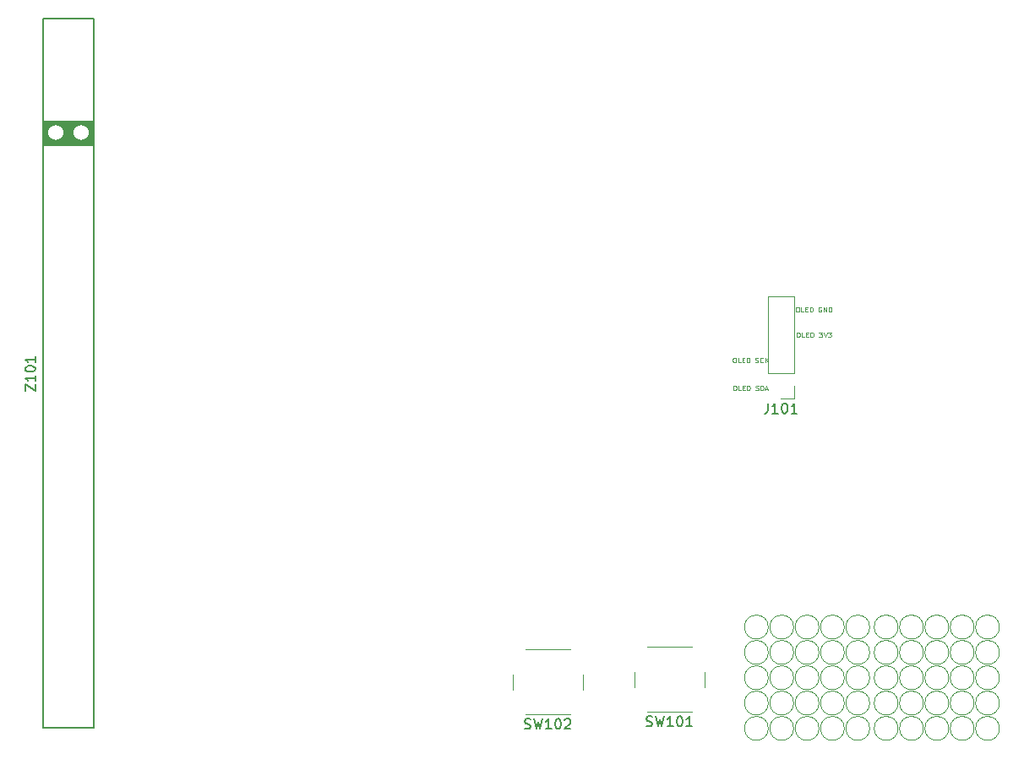
<source format=gto>
%TF.GenerationSoftware,KiCad,Pcbnew,6.0.11-2627ca5db0~126~ubuntu22.04.1*%
%TF.CreationDate,2023-11-05T18:43:30+00:00*%
%TF.ProjectId,zx-spectrum-diagnostics,7a782d73-7065-4637-9472-756d2d646961,rev?*%
%TF.SameCoordinates,Original*%
%TF.FileFunction,Legend,Top*%
%TF.FilePolarity,Positive*%
%FSLAX46Y46*%
G04 Gerber Fmt 4.6, Leading zero omitted, Abs format (unit mm)*
G04 Created by KiCad (PCBNEW 6.0.11-2627ca5db0~126~ubuntu22.04.1) date 2023-11-05 18:43:30*
%MOMM*%
%LPD*%
G01*
G04 APERTURE LIST*
%ADD10C,0.125000*%
%ADD11C,0.150000*%
%ADD12C,0.120000*%
%ADD13C,2.000000*%
%ADD14R,1.700000X1.700000*%
%ADD15O,1.700000X1.700000*%
%ADD16C,1.524000*%
%ADD17O,1.800000X1.800000*%
%ADD18O,1.500000X1.500000*%
G04 APERTURE END LIST*
D10*
X152687428Y-108916190D02*
X152782666Y-108916190D01*
X152830285Y-108940000D01*
X152877904Y-108987619D01*
X152901714Y-109082857D01*
X152901714Y-109249523D01*
X152877904Y-109344761D01*
X152830285Y-109392380D01*
X152782666Y-109416190D01*
X152687428Y-109416190D01*
X152639809Y-109392380D01*
X152592190Y-109344761D01*
X152568380Y-109249523D01*
X152568380Y-109082857D01*
X152592190Y-108987619D01*
X152639809Y-108940000D01*
X152687428Y-108916190D01*
X153354095Y-109416190D02*
X153116000Y-109416190D01*
X153116000Y-108916190D01*
X153520761Y-109154285D02*
X153687428Y-109154285D01*
X153758857Y-109416190D02*
X153520761Y-109416190D01*
X153520761Y-108916190D01*
X153758857Y-108916190D01*
X153973142Y-109416190D02*
X153973142Y-108916190D01*
X154092190Y-108916190D01*
X154163619Y-108940000D01*
X154211238Y-108987619D01*
X154235047Y-109035238D01*
X154258857Y-109130476D01*
X154258857Y-109201904D01*
X154235047Y-109297142D01*
X154211238Y-109344761D01*
X154163619Y-109392380D01*
X154092190Y-109416190D01*
X153973142Y-109416190D01*
X155116000Y-108940000D02*
X155068380Y-108916190D01*
X154996952Y-108916190D01*
X154925523Y-108940000D01*
X154877904Y-108987619D01*
X154854095Y-109035238D01*
X154830285Y-109130476D01*
X154830285Y-109201904D01*
X154854095Y-109297142D01*
X154877904Y-109344761D01*
X154925523Y-109392380D01*
X154996952Y-109416190D01*
X155044571Y-109416190D01*
X155116000Y-109392380D01*
X155139809Y-109368571D01*
X155139809Y-109201904D01*
X155044571Y-109201904D01*
X155354095Y-109416190D02*
X155354095Y-108916190D01*
X155639809Y-109416190D01*
X155639809Y-108916190D01*
X155877904Y-109416190D02*
X155877904Y-108916190D01*
X155996952Y-108916190D01*
X156068380Y-108940000D01*
X156116000Y-108987619D01*
X156139809Y-109035238D01*
X156163619Y-109130476D01*
X156163619Y-109201904D01*
X156139809Y-109297142D01*
X156116000Y-109344761D01*
X156068380Y-109392380D01*
X155996952Y-109416190D01*
X155877904Y-109416190D01*
X152758857Y-111456190D02*
X152854095Y-111456190D01*
X152901714Y-111480000D01*
X152949333Y-111527619D01*
X152973142Y-111622857D01*
X152973142Y-111789523D01*
X152949333Y-111884761D01*
X152901714Y-111932380D01*
X152854095Y-111956190D01*
X152758857Y-111956190D01*
X152711238Y-111932380D01*
X152663619Y-111884761D01*
X152639809Y-111789523D01*
X152639809Y-111622857D01*
X152663619Y-111527619D01*
X152711238Y-111480000D01*
X152758857Y-111456190D01*
X153425523Y-111956190D02*
X153187428Y-111956190D01*
X153187428Y-111456190D01*
X153592190Y-111694285D02*
X153758857Y-111694285D01*
X153830285Y-111956190D02*
X153592190Y-111956190D01*
X153592190Y-111456190D01*
X153830285Y-111456190D01*
X154044571Y-111956190D02*
X154044571Y-111456190D01*
X154163619Y-111456190D01*
X154235047Y-111480000D01*
X154282666Y-111527619D01*
X154306476Y-111575238D01*
X154330285Y-111670476D01*
X154330285Y-111741904D01*
X154306476Y-111837142D01*
X154282666Y-111884761D01*
X154235047Y-111932380D01*
X154163619Y-111956190D01*
X154044571Y-111956190D01*
X154877904Y-111456190D02*
X155187428Y-111456190D01*
X155020761Y-111646666D01*
X155092190Y-111646666D01*
X155139809Y-111670476D01*
X155163619Y-111694285D01*
X155187428Y-111741904D01*
X155187428Y-111860952D01*
X155163619Y-111908571D01*
X155139809Y-111932380D01*
X155092190Y-111956190D01*
X154949333Y-111956190D01*
X154901714Y-111932380D01*
X154877904Y-111908571D01*
X155330285Y-111456190D02*
X155496952Y-111956190D01*
X155663619Y-111456190D01*
X155782666Y-111456190D02*
X156092190Y-111456190D01*
X155925523Y-111646666D01*
X155996952Y-111646666D01*
X156044571Y-111670476D01*
X156068380Y-111694285D01*
X156092190Y-111741904D01*
X156092190Y-111860952D01*
X156068380Y-111908571D01*
X156044571Y-111932380D01*
X155996952Y-111956190D01*
X155854095Y-111956190D01*
X155806476Y-111932380D01*
X155782666Y-111908571D01*
X146361238Y-113996190D02*
X146456476Y-113996190D01*
X146504095Y-114020000D01*
X146551714Y-114067619D01*
X146575523Y-114162857D01*
X146575523Y-114329523D01*
X146551714Y-114424761D01*
X146504095Y-114472380D01*
X146456476Y-114496190D01*
X146361238Y-114496190D01*
X146313619Y-114472380D01*
X146266000Y-114424761D01*
X146242190Y-114329523D01*
X146242190Y-114162857D01*
X146266000Y-114067619D01*
X146313619Y-114020000D01*
X146361238Y-113996190D01*
X147027904Y-114496190D02*
X146789809Y-114496190D01*
X146789809Y-113996190D01*
X147194571Y-114234285D02*
X147361238Y-114234285D01*
X147432666Y-114496190D02*
X147194571Y-114496190D01*
X147194571Y-113996190D01*
X147432666Y-113996190D01*
X147646952Y-114496190D02*
X147646952Y-113996190D01*
X147766000Y-113996190D01*
X147837428Y-114020000D01*
X147885047Y-114067619D01*
X147908857Y-114115238D01*
X147932666Y-114210476D01*
X147932666Y-114281904D01*
X147908857Y-114377142D01*
X147885047Y-114424761D01*
X147837428Y-114472380D01*
X147766000Y-114496190D01*
X147646952Y-114496190D01*
X148504095Y-114472380D02*
X148575523Y-114496190D01*
X148694571Y-114496190D01*
X148742190Y-114472380D01*
X148766000Y-114448571D01*
X148789809Y-114400952D01*
X148789809Y-114353333D01*
X148766000Y-114305714D01*
X148742190Y-114281904D01*
X148694571Y-114258095D01*
X148599333Y-114234285D01*
X148551714Y-114210476D01*
X148527904Y-114186666D01*
X148504095Y-114139047D01*
X148504095Y-114091428D01*
X148527904Y-114043809D01*
X148551714Y-114020000D01*
X148599333Y-113996190D01*
X148718380Y-113996190D01*
X148789809Y-114020000D01*
X149289809Y-114448571D02*
X149266000Y-114472380D01*
X149194571Y-114496190D01*
X149146952Y-114496190D01*
X149075523Y-114472380D01*
X149027904Y-114424761D01*
X149004095Y-114377142D01*
X148980285Y-114281904D01*
X148980285Y-114210476D01*
X149004095Y-114115238D01*
X149027904Y-114067619D01*
X149075523Y-114020000D01*
X149146952Y-113996190D01*
X149194571Y-113996190D01*
X149266000Y-114020000D01*
X149289809Y-114043809D01*
X149504095Y-114496190D02*
X149504095Y-113996190D01*
X149789809Y-114496190D02*
X149575523Y-114210476D01*
X149789809Y-113996190D02*
X149504095Y-114281904D01*
X146396952Y-116790190D02*
X146492190Y-116790190D01*
X146539809Y-116814000D01*
X146587428Y-116861619D01*
X146611238Y-116956857D01*
X146611238Y-117123523D01*
X146587428Y-117218761D01*
X146539809Y-117266380D01*
X146492190Y-117290190D01*
X146396952Y-117290190D01*
X146349333Y-117266380D01*
X146301714Y-117218761D01*
X146277904Y-117123523D01*
X146277904Y-116956857D01*
X146301714Y-116861619D01*
X146349333Y-116814000D01*
X146396952Y-116790190D01*
X147063619Y-117290190D02*
X146825523Y-117290190D01*
X146825523Y-116790190D01*
X147230285Y-117028285D02*
X147396952Y-117028285D01*
X147468380Y-117290190D02*
X147230285Y-117290190D01*
X147230285Y-116790190D01*
X147468380Y-116790190D01*
X147682666Y-117290190D02*
X147682666Y-116790190D01*
X147801714Y-116790190D01*
X147873142Y-116814000D01*
X147920761Y-116861619D01*
X147944571Y-116909238D01*
X147968380Y-117004476D01*
X147968380Y-117075904D01*
X147944571Y-117171142D01*
X147920761Y-117218761D01*
X147873142Y-117266380D01*
X147801714Y-117290190D01*
X147682666Y-117290190D01*
X148539809Y-117266380D02*
X148611238Y-117290190D01*
X148730285Y-117290190D01*
X148777904Y-117266380D01*
X148801714Y-117242571D01*
X148825523Y-117194952D01*
X148825523Y-117147333D01*
X148801714Y-117099714D01*
X148777904Y-117075904D01*
X148730285Y-117052095D01*
X148635047Y-117028285D01*
X148587428Y-117004476D01*
X148563619Y-116980666D01*
X148539809Y-116933047D01*
X148539809Y-116885428D01*
X148563619Y-116837809D01*
X148587428Y-116814000D01*
X148635047Y-116790190D01*
X148754095Y-116790190D01*
X148825523Y-116814000D01*
X149039809Y-117290190D02*
X149039809Y-116790190D01*
X149158857Y-116790190D01*
X149230285Y-116814000D01*
X149277904Y-116861619D01*
X149301714Y-116909238D01*
X149325523Y-117004476D01*
X149325523Y-117075904D01*
X149301714Y-117171142D01*
X149277904Y-117218761D01*
X149230285Y-117266380D01*
X149158857Y-117290190D01*
X149039809Y-117290190D01*
X149516000Y-117147333D02*
X149754095Y-117147333D01*
X149468380Y-117290190D02*
X149635047Y-116790190D01*
X149801714Y-117290190D01*
D11*
X77220000Y-90290000D02*
X82110000Y-90290000D01*
X82110000Y-90290000D02*
X82110000Y-92680000D01*
X82110000Y-92680000D02*
X77220000Y-92680000D01*
X77220000Y-92680000D02*
X77220000Y-90290000D01*
G36*
X77220000Y-90290000D02*
G01*
X82110000Y-90290000D01*
X82110000Y-92680000D01*
X77220000Y-92680000D01*
X77220000Y-90290000D01*
G37*
%TO.C,*%
%TO.C,J101*%
X149778285Y-118582380D02*
X149778285Y-119296666D01*
X149730666Y-119439523D01*
X149635428Y-119534761D01*
X149492571Y-119582380D01*
X149397333Y-119582380D01*
X150778285Y-119582380D02*
X150206857Y-119582380D01*
X150492571Y-119582380D02*
X150492571Y-118582380D01*
X150397333Y-118725238D01*
X150302095Y-118820476D01*
X150206857Y-118868095D01*
X151397333Y-118582380D02*
X151492571Y-118582380D01*
X151587809Y-118630000D01*
X151635428Y-118677619D01*
X151683047Y-118772857D01*
X151730666Y-118963333D01*
X151730666Y-119201428D01*
X151683047Y-119391904D01*
X151635428Y-119487142D01*
X151587809Y-119534761D01*
X151492571Y-119582380D01*
X151397333Y-119582380D01*
X151302095Y-119534761D01*
X151254476Y-119487142D01*
X151206857Y-119391904D01*
X151159238Y-119201428D01*
X151159238Y-118963333D01*
X151206857Y-118772857D01*
X151254476Y-118677619D01*
X151302095Y-118630000D01*
X151397333Y-118582380D01*
X152683047Y-119582380D02*
X152111619Y-119582380D01*
X152397333Y-119582380D02*
X152397333Y-118582380D01*
X152302095Y-118725238D01*
X152206857Y-118820476D01*
X152111619Y-118868095D01*
%TO.C,*%
%TO.C,SW101*%
X137602285Y-150928761D02*
X137745142Y-150976380D01*
X137983238Y-150976380D01*
X138078476Y-150928761D01*
X138126095Y-150881142D01*
X138173714Y-150785904D01*
X138173714Y-150690666D01*
X138126095Y-150595428D01*
X138078476Y-150547809D01*
X137983238Y-150500190D01*
X137792761Y-150452571D01*
X137697523Y-150404952D01*
X137649904Y-150357333D01*
X137602285Y-150262095D01*
X137602285Y-150166857D01*
X137649904Y-150071619D01*
X137697523Y-150024000D01*
X137792761Y-149976380D01*
X138030857Y-149976380D01*
X138173714Y-150024000D01*
X138507047Y-149976380D02*
X138745142Y-150976380D01*
X138935619Y-150262095D01*
X139126095Y-150976380D01*
X139364190Y-149976380D01*
X140268952Y-150976380D02*
X139697523Y-150976380D01*
X139983238Y-150976380D02*
X139983238Y-149976380D01*
X139888000Y-150119238D01*
X139792761Y-150214476D01*
X139697523Y-150262095D01*
X140888000Y-149976380D02*
X140983238Y-149976380D01*
X141078476Y-150024000D01*
X141126095Y-150071619D01*
X141173714Y-150166857D01*
X141221333Y-150357333D01*
X141221333Y-150595428D01*
X141173714Y-150785904D01*
X141126095Y-150881142D01*
X141078476Y-150928761D01*
X140983238Y-150976380D01*
X140888000Y-150976380D01*
X140792761Y-150928761D01*
X140745142Y-150881142D01*
X140697523Y-150785904D01*
X140649904Y-150595428D01*
X140649904Y-150357333D01*
X140697523Y-150166857D01*
X140745142Y-150071619D01*
X140792761Y-150024000D01*
X140888000Y-149976380D01*
X142173714Y-150976380D02*
X141602285Y-150976380D01*
X141888000Y-150976380D02*
X141888000Y-149976380D01*
X141792761Y-150119238D01*
X141697523Y-150214476D01*
X141602285Y-150262095D01*
%TO.C,*%
%TO.C,SW102*%
X125410285Y-151182761D02*
X125553142Y-151230380D01*
X125791238Y-151230380D01*
X125886476Y-151182761D01*
X125934095Y-151135142D01*
X125981714Y-151039904D01*
X125981714Y-150944666D01*
X125934095Y-150849428D01*
X125886476Y-150801809D01*
X125791238Y-150754190D01*
X125600761Y-150706571D01*
X125505523Y-150658952D01*
X125457904Y-150611333D01*
X125410285Y-150516095D01*
X125410285Y-150420857D01*
X125457904Y-150325619D01*
X125505523Y-150278000D01*
X125600761Y-150230380D01*
X125838857Y-150230380D01*
X125981714Y-150278000D01*
X126315047Y-150230380D02*
X126553142Y-151230380D01*
X126743619Y-150516095D01*
X126934095Y-151230380D01*
X127172190Y-150230380D01*
X128076952Y-151230380D02*
X127505523Y-151230380D01*
X127791238Y-151230380D02*
X127791238Y-150230380D01*
X127696000Y-150373238D01*
X127600761Y-150468476D01*
X127505523Y-150516095D01*
X128696000Y-150230380D02*
X128791238Y-150230380D01*
X128886476Y-150278000D01*
X128934095Y-150325619D01*
X128981714Y-150420857D01*
X129029333Y-150611333D01*
X129029333Y-150849428D01*
X128981714Y-151039904D01*
X128934095Y-151135142D01*
X128886476Y-151182761D01*
X128791238Y-151230380D01*
X128696000Y-151230380D01*
X128600761Y-151182761D01*
X128553142Y-151135142D01*
X128505523Y-151039904D01*
X128457904Y-150849428D01*
X128457904Y-150611333D01*
X128505523Y-150420857D01*
X128553142Y-150325619D01*
X128600761Y-150278000D01*
X128696000Y-150230380D01*
X129410285Y-150325619D02*
X129457904Y-150278000D01*
X129553142Y-150230380D01*
X129791238Y-150230380D01*
X129886476Y-150278000D01*
X129934095Y-150325619D01*
X129981714Y-150420857D01*
X129981714Y-150516095D01*
X129934095Y-150658952D01*
X129362666Y-151230380D01*
X129981714Y-151230380D01*
%TO.C,*%
%TO.C,Z101*%
X75332380Y-117361904D02*
X75332380Y-116695238D01*
X76332380Y-117361904D01*
X76332380Y-116695238D01*
X76332380Y-115790476D02*
X76332380Y-116361904D01*
X76332380Y-116076190D02*
X75332380Y-116076190D01*
X75475238Y-116171428D01*
X75570476Y-116266666D01*
X75618095Y-116361904D01*
X75332380Y-115171428D02*
X75332380Y-115076190D01*
X75380000Y-114980952D01*
X75427619Y-114933333D01*
X75522857Y-114885714D01*
X75713333Y-114838095D01*
X75951428Y-114838095D01*
X76141904Y-114885714D01*
X76237142Y-114933333D01*
X76284761Y-114980952D01*
X76332380Y-115076190D01*
X76332380Y-115171428D01*
X76284761Y-115266666D01*
X76237142Y-115314285D01*
X76141904Y-115361904D01*
X75951428Y-115409523D01*
X75713333Y-115409523D01*
X75522857Y-115361904D01*
X75427619Y-115314285D01*
X75380000Y-115266666D01*
X75332380Y-115171428D01*
X76332380Y-113885714D02*
X76332380Y-114457142D01*
X76332380Y-114171428D02*
X75332380Y-114171428D01*
X75475238Y-114266666D01*
X75570476Y-114361904D01*
X75618095Y-114457142D01*
D12*
%TO.C,REF\u002A\u002A17*%
X167890000Y-148640000D02*
G75*
G03*
X167890000Y-148640000I-1200000J0D01*
G01*
%TO.C,REF\u002A\u002A20*%
X149810000Y-151180000D02*
G75*
G03*
X149810000Y-151180000I-1200000J0D01*
G01*
%TO.C,REF\u002A\u002A19*%
X159970000Y-148640000D02*
G75*
G03*
X159970000Y-148640000I-1200000J0D01*
G01*
%TO.C,REF\u002A\u002A*%
X149810000Y-141020000D02*
G75*
G03*
X149810000Y-141020000I-1200000J0D01*
G01*
%TO.C,REF\u002A\u002A10*%
X149810000Y-146100000D02*
G75*
G03*
X149810000Y-146100000I-1200000J0D01*
G01*
%TO.C,REF\u002A\u002A21*%
X152350000Y-151180000D02*
G75*
G03*
X152350000Y-151180000I-1200000J0D01*
G01*
%TO.C,REF\u002A\u002A17*%
X154890000Y-148640000D02*
G75*
G03*
X154890000Y-148640000I-1200000J0D01*
G01*
%TO.C,REF\u002A\u002A1*%
X152350000Y-141020000D02*
G75*
G03*
X152350000Y-141020000I-1200000J0D01*
G01*
%TO.C,REF\u002A\u002A3*%
X170430000Y-141020000D02*
G75*
G03*
X170430000Y-141020000I-1200000J0D01*
G01*
%TO.C,REF\u002A\u002A8*%
X170430000Y-143560000D02*
G75*
G03*
X170430000Y-143560000I-1200000J0D01*
G01*
%TO.C,REF\u002A\u002A21*%
X165350000Y-151180000D02*
G75*
G03*
X165350000Y-151180000I-1200000J0D01*
G01*
%TO.C,REF\u002A\u002A11*%
X165350000Y-146100000D02*
G75*
G03*
X165350000Y-146100000I-1200000J0D01*
G01*
%TO.C,REF\u002A\u002A9*%
X159970000Y-143560000D02*
G75*
G03*
X159970000Y-143560000I-1200000J0D01*
G01*
%TO.C,REF\u002A\u002A6*%
X165350000Y-143560000D02*
G75*
G03*
X165350000Y-143560000I-1200000J0D01*
G01*
%TO.C,REF\u002A\u002A18*%
X157430000Y-148640000D02*
G75*
G03*
X157430000Y-148640000I-1200000J0D01*
G01*
%TO.C,REF\u002A\u002A24*%
X159970000Y-151180000D02*
G75*
G03*
X159970000Y-151180000I-1200000J0D01*
G01*
%TO.C,REF\u002A\u002A12*%
X167890000Y-146100000D02*
G75*
G03*
X167890000Y-146100000I-1200000J0D01*
G01*
%TO.C,REF\u002A\u002A*%
X162810000Y-141020000D02*
G75*
G03*
X162810000Y-141020000I-1200000J0D01*
G01*
%TO.C,REF\u002A\u002A13*%
X157430000Y-146100000D02*
G75*
G03*
X157430000Y-146100000I-1200000J0D01*
G01*
%TO.C,REF\u002A\u002A24*%
X172970000Y-151180000D02*
G75*
G03*
X172970000Y-151180000I-1200000J0D01*
G01*
%TO.C,REF\u002A\u002A3*%
X157430000Y-141020000D02*
G75*
G03*
X157430000Y-141020000I-1200000J0D01*
G01*
%TO.C,REF\u002A\u002A22*%
X167890000Y-151180000D02*
G75*
G03*
X167890000Y-151180000I-1200000J0D01*
G01*
%TO.C,REF\u002A\u002A13*%
X170430000Y-146100000D02*
G75*
G03*
X170430000Y-146100000I-1200000J0D01*
G01*
%TO.C,REF\u002A\u002A2*%
X167890000Y-141020000D02*
G75*
G03*
X167890000Y-141020000I-1200000J0D01*
G01*
%TO.C,J101*%
X149734000Y-115530000D02*
X149734000Y-107850000D01*
X152394000Y-107850000D02*
X149734000Y-107850000D01*
X152394000Y-118130000D02*
X151064000Y-118130000D01*
X152394000Y-115530000D02*
X149734000Y-115530000D01*
X152394000Y-116800000D02*
X152394000Y-118130000D01*
X152394000Y-115530000D02*
X152394000Y-107850000D01*
%TO.C,SW101*%
X137638000Y-149524000D02*
X142138000Y-149524000D01*
X142138000Y-143024000D02*
X137638000Y-143024000D01*
X143388000Y-147024000D02*
X143388000Y-145524000D01*
X136388000Y-145524000D02*
X136388000Y-147024000D01*
%TO.C,REF\u002A\u002A15*%
X162810000Y-148640000D02*
G75*
G03*
X162810000Y-148640000I-1200000J0D01*
G01*
%TO.C,REF\u002A\u002A5*%
X149810000Y-143560000D02*
G75*
G03*
X149810000Y-143560000I-1200000J0D01*
G01*
%TO.C,REF\u002A\u002A2*%
X154890000Y-141020000D02*
G75*
G03*
X154890000Y-141020000I-1200000J0D01*
G01*
%TO.C,REF\u002A\u002A6*%
X152350000Y-143560000D02*
G75*
G03*
X152350000Y-143560000I-1200000J0D01*
G01*
%TO.C,REF\u002A\u002A11*%
X152350000Y-146100000D02*
G75*
G03*
X152350000Y-146100000I-1200000J0D01*
G01*
%TO.C,REF\u002A\u002A14*%
X172970000Y-146100000D02*
G75*
G03*
X172970000Y-146100000I-1200000J0D01*
G01*
%TO.C,SW102*%
X125446000Y-149778000D02*
X129946000Y-149778000D01*
X131196000Y-147278000D02*
X131196000Y-145778000D01*
X129946000Y-143278000D02*
X125446000Y-143278000D01*
X124196000Y-145778000D02*
X124196000Y-147278000D01*
%TO.C,REF\u002A\u002A1*%
X165350000Y-141020000D02*
G75*
G03*
X165350000Y-141020000I-1200000J0D01*
G01*
%TO.C,REF\u002A\u002A16*%
X165350000Y-148640000D02*
G75*
G03*
X165350000Y-148640000I-1200000J0D01*
G01*
%TO.C,REF\u002A\u002A10*%
X162810000Y-146100000D02*
G75*
G03*
X162810000Y-146100000I-1200000J0D01*
G01*
%TO.C,REF\u002A\u002A4*%
X159970000Y-141020000D02*
G75*
G03*
X159970000Y-141020000I-1200000J0D01*
G01*
%TO.C,REF\u002A\u002A20*%
X162810000Y-151180000D02*
G75*
G03*
X162810000Y-151180000I-1200000J0D01*
G01*
%TO.C,REF\u002A\u002A16*%
X152350000Y-148640000D02*
G75*
G03*
X152350000Y-148640000I-1200000J0D01*
G01*
%TO.C,REF\u002A\u002A15*%
X149810000Y-148640000D02*
G75*
G03*
X149810000Y-148640000I-1200000J0D01*
G01*
%TO.C,REF\u002A\u002A14*%
X159970000Y-146100000D02*
G75*
G03*
X159970000Y-146100000I-1200000J0D01*
G01*
%TO.C,REF\u002A\u002A7*%
X167890000Y-143560000D02*
G75*
G03*
X167890000Y-143560000I-1200000J0D01*
G01*
%TO.C,REF\u002A\u002A9*%
X172970000Y-143560000D02*
G75*
G03*
X172970000Y-143560000I-1200000J0D01*
G01*
%TO.C,REF\u002A\u002A12*%
X154890000Y-146100000D02*
G75*
G03*
X154890000Y-146100000I-1200000J0D01*
G01*
%TO.C,REF\u002A\u002A19*%
X172970000Y-148640000D02*
G75*
G03*
X172970000Y-148640000I-1200000J0D01*
G01*
%TO.C,REF\u002A\u002A7*%
X154890000Y-143560000D02*
G75*
G03*
X154890000Y-143560000I-1200000J0D01*
G01*
%TO.C,REF\u002A\u002A23*%
X170430000Y-151180000D02*
G75*
G03*
X170430000Y-151180000I-1200000J0D01*
G01*
X157430000Y-151180000D02*
G75*
G03*
X157430000Y-151180000I-1200000J0D01*
G01*
%TO.C,REF\u002A\u002A22*%
X154890000Y-151180000D02*
G75*
G03*
X154890000Y-151180000I-1200000J0D01*
G01*
%TO.C,REF\u002A\u002A4*%
X172970000Y-141020000D02*
G75*
G03*
X172970000Y-141020000I-1200000J0D01*
G01*
D11*
%TO.C,Z101*%
X77150000Y-151160000D02*
X82230000Y-151160000D01*
X82230000Y-151160000D02*
X82230000Y-80040000D01*
X82230000Y-80040000D02*
X77150000Y-80040000D01*
X77150000Y-80040000D02*
X77150000Y-151160000D01*
D12*
%TO.C,REF\u002A\u002A5*%
X162810000Y-143560000D02*
G75*
G03*
X162810000Y-143560000I-1200000J0D01*
G01*
%TO.C,REF\u002A\u002A8*%
X157430000Y-143560000D02*
G75*
G03*
X157430000Y-143560000I-1200000J0D01*
G01*
%TO.C,REF\u002A\u002A18*%
X170430000Y-148640000D02*
G75*
G03*
X170430000Y-148640000I-1200000J0D01*
G01*
%TD*%
%LPC*%
D13*
%TO.C,*%
X155890000Y-76424000D03*
%TD*%
%TO.C,*%
X158938000Y-76424000D03*
%TD*%
%TO.C,*%
X161986000Y-76424000D03*
%TD*%
%TO.C,*%
X164780000Y-76424000D03*
%TD*%
%TO.C,REF\u002A\u002A17*%
X166690000Y-148640000D03*
%TD*%
%TO.C,REF\u002A\u002A20*%
X148610000Y-151180000D03*
%TD*%
%TO.C,*%
X109726000Y-77898000D03*
%TD*%
%TO.C,REF\u002A\u002A19*%
X158770000Y-148640000D03*
%TD*%
%TO.C,REF\u002A\u002A*%
X148610000Y-141020000D03*
%TD*%
%TO.C,*%
X99248000Y-78018000D03*
%TD*%
%TO.C,REF\u002A\u002A10*%
X148610000Y-146100000D03*
%TD*%
%TO.C,REF\u002A\u002A21*%
X151150000Y-151180000D03*
%TD*%
%TO.C,REF\u002A\u002A17*%
X153690000Y-148640000D03*
%TD*%
%TO.C,REF\u002A\u002A1*%
X151150000Y-141020000D03*
%TD*%
%TO.C,REF\u002A\u002A3*%
X169230000Y-141020000D03*
%TD*%
%TO.C,REF\u002A\u002A8*%
X169230000Y-143560000D03*
%TD*%
%TO.C,REF\u002A\u002A21*%
X164150000Y-151180000D03*
%TD*%
%TO.C,REF\u002A\u002A11*%
X164150000Y-146100000D03*
%TD*%
%TO.C,REF\u002A\u002A9*%
X158770000Y-143560000D03*
%TD*%
%TO.C,REF\u002A\u002A6*%
X164150000Y-143560000D03*
%TD*%
%TO.C,REF\u002A\u002A18*%
X156230000Y-148640000D03*
%TD*%
%TO.C,REF\u002A\u002A24*%
X158770000Y-151180000D03*
%TD*%
%TO.C,REF\u002A\u002A12*%
X166690000Y-146100000D03*
%TD*%
%TO.C,REF\u002A\u002A*%
X161610000Y-141020000D03*
%TD*%
%TO.C,*%
X166270000Y-136750000D03*
%TD*%
%TO.C,REF\u002A\u002A13*%
X156230000Y-146100000D03*
%TD*%
%TO.C,*%
X102296000Y-77948000D03*
%TD*%
%TO.C,REF\u002A\u002A24*%
X171770000Y-151180000D03*
%TD*%
%TO.C,REF\u002A\u002A3*%
X156230000Y-141020000D03*
%TD*%
%TO.C,REF\u002A\u002A22*%
X166690000Y-151180000D03*
%TD*%
%TO.C,REF\u002A\u002A13*%
X169230000Y-146100000D03*
%TD*%
%TO.C,*%
X171850000Y-136810000D03*
%TD*%
%TO.C,REF\u002A\u002A2*%
X166690000Y-141020000D03*
%TD*%
D14*
%TO.C,J101*%
X151064000Y-116800000D03*
D15*
X151064000Y-114260000D03*
X151064000Y-111720000D03*
X151064000Y-109180000D03*
%TD*%
D13*
%TO.C,*%
X115758000Y-77898000D03*
%TD*%
%TO.C,SW101*%
X143138000Y-148524000D03*
X136638000Y-148524000D03*
X136638000Y-144024000D03*
X143138000Y-144024000D03*
%TD*%
%TO.C,REF\u002A\u002A15*%
X161610000Y-148640000D03*
%TD*%
%TO.C,REF\u002A\u002A5*%
X148610000Y-143560000D03*
%TD*%
%TO.C,*%
X112710000Y-77948000D03*
%TD*%
%TO.C,*%
X169050000Y-136800000D03*
%TD*%
%TO.C,REF\u002A\u002A2*%
X153690000Y-141020000D03*
%TD*%
%TO.C,REF\u002A\u002A6*%
X151150000Y-143560000D03*
%TD*%
%TO.C,REF\u002A\u002A11*%
X151150000Y-146100000D03*
%TD*%
%TO.C,REF\u002A\u002A14*%
X171770000Y-146100000D03*
%TD*%
%TO.C,SW102*%
X130946000Y-148778000D03*
X124446000Y-148778000D03*
X130946000Y-144278000D03*
X124446000Y-144278000D03*
%TD*%
%TO.C,REF\u002A\u002A1*%
X164150000Y-141020000D03*
%TD*%
%TO.C,REF\u002A\u002A16*%
X164150000Y-148640000D03*
%TD*%
%TO.C,REF\u002A\u002A10*%
X161610000Y-146100000D03*
%TD*%
%TO.C,*%
X105344000Y-77948000D03*
%TD*%
%TO.C,REF\u002A\u002A4*%
X158770000Y-141020000D03*
%TD*%
%TO.C,REF\u002A\u002A20*%
X161610000Y-151180000D03*
%TD*%
%TO.C,REF\u002A\u002A16*%
X151150000Y-148640000D03*
%TD*%
%TO.C,REF\u002A\u002A15*%
X148610000Y-148640000D03*
%TD*%
%TO.C,*%
X167828000Y-76424000D03*
%TD*%
%TO.C,REF\u002A\u002A14*%
X158770000Y-146100000D03*
%TD*%
%TO.C,REF\u002A\u002A7*%
X166690000Y-143560000D03*
%TD*%
%TO.C,REF\u002A\u002A9*%
X171770000Y-143560000D03*
%TD*%
%TO.C,REF\u002A\u002A12*%
X153690000Y-146100000D03*
%TD*%
%TO.C,REF\u002A\u002A19*%
X171770000Y-148640000D03*
%TD*%
%TO.C,REF\u002A\u002A7*%
X153690000Y-143560000D03*
%TD*%
%TO.C,REF\u002A\u002A23*%
X169230000Y-151180000D03*
%TD*%
%TO.C,REF\u002A\u002A23*%
X156230000Y-151180000D03*
%TD*%
%TO.C,REF\u002A\u002A22*%
X153690000Y-151180000D03*
%TD*%
%TO.C,REF\u002A\u002A4*%
X171770000Y-141020000D03*
%TD*%
D16*
%TO.C,Z101*%
X78420000Y-91470000D03*
X80960000Y-91470000D03*
X80960000Y-81310000D03*
X80960000Y-83850000D03*
X80960000Y-86390000D03*
X80960000Y-88930000D03*
X80960000Y-94010000D03*
X80960000Y-96550000D03*
X80960000Y-99090000D03*
X80960000Y-101630000D03*
X80960000Y-104170000D03*
X80960000Y-106710000D03*
X80960000Y-109250000D03*
X80960000Y-111790000D03*
X80960000Y-114330000D03*
X80960000Y-116870000D03*
X80960000Y-119410000D03*
X80960000Y-121950000D03*
X80960000Y-124490000D03*
X80960000Y-127030000D03*
X80960000Y-129570000D03*
X80960000Y-132110000D03*
X80960000Y-134650000D03*
X80960000Y-137190000D03*
X80960000Y-139730000D03*
X80960000Y-142270000D03*
X80960000Y-144810000D03*
X80960000Y-147350000D03*
X80960000Y-149890000D03*
X78420000Y-81310000D03*
X78420000Y-83850000D03*
X78420000Y-86390000D03*
X78420000Y-88930000D03*
X78420000Y-94010000D03*
X78420000Y-96550000D03*
X78420000Y-99090000D03*
X78420000Y-101630000D03*
X78420000Y-104170000D03*
X78420000Y-106710000D03*
X78420000Y-109250000D03*
X78420000Y-111790000D03*
X78420000Y-114330000D03*
X78420000Y-116870000D03*
X78420000Y-119410000D03*
X78420000Y-121950000D03*
X78420000Y-124490000D03*
X78420000Y-127030000D03*
X78420000Y-129570000D03*
X78420000Y-132110000D03*
X78420000Y-134650000D03*
X78420000Y-137190000D03*
X78420000Y-139730000D03*
X78420000Y-142270000D03*
X78420000Y-144810000D03*
X78420000Y-147350000D03*
X78420000Y-149890000D03*
%TD*%
D13*
%TO.C,REF\u002A\u002A5*%
X161610000Y-143560000D03*
%TD*%
%TO.C,REF\u002A\u002A8*%
X156230000Y-143560000D03*
%TD*%
%TO.C,REF\u002A\u002A18*%
X169230000Y-148640000D03*
%TD*%
D14*
%TO.C,J203*%
X86365000Y-81470000D03*
D15*
X86365000Y-84010000D03*
X86365000Y-86550000D03*
X86365000Y-89090000D03*
X86365000Y-91630000D03*
X86365000Y-94170000D03*
X86365000Y-96710000D03*
X86365000Y-99250000D03*
X86365000Y-101790000D03*
X86365000Y-104330000D03*
X86365000Y-106870000D03*
X86365000Y-109410000D03*
X86365000Y-111950000D03*
X86365000Y-114490000D03*
X86365000Y-117030000D03*
X86365000Y-119570000D03*
X86365000Y-122110000D03*
X86365000Y-124650000D03*
X86365000Y-127190000D03*
X86365000Y-129730000D03*
%TD*%
D14*
%TO.C,J204*%
X168295000Y-82560000D03*
D15*
X168295000Y-85100000D03*
X168295000Y-87640000D03*
X168295000Y-90180000D03*
X168295000Y-92720000D03*
X168295000Y-95260000D03*
X168295000Y-97800000D03*
X168295000Y-100340000D03*
X168295000Y-102880000D03*
X168295000Y-105420000D03*
X168295000Y-107960000D03*
X168295000Y-110500000D03*
X168295000Y-113040000D03*
X168295000Y-115580000D03*
X168295000Y-118120000D03*
X168295000Y-120660000D03*
X168295000Y-123200000D03*
X168295000Y-125740000D03*
X168295000Y-128280000D03*
X168295000Y-130820000D03*
%TD*%
%TO.C,J202*%
X141250000Y-138565000D03*
X138710000Y-138565000D03*
X136170000Y-138565000D03*
X133630000Y-138565000D03*
X131090000Y-138565000D03*
X128550000Y-138565000D03*
X126010000Y-138565000D03*
X123470000Y-138565000D03*
X120930000Y-138565000D03*
X118390000Y-138565000D03*
X115850000Y-138565000D03*
X113310000Y-138565000D03*
X110770000Y-138565000D03*
X108230000Y-138565000D03*
X105690000Y-138565000D03*
X103150000Y-138565000D03*
X100610000Y-138565000D03*
X98070000Y-138565000D03*
X95530000Y-138565000D03*
D14*
X92990000Y-138565000D03*
%TD*%
%TO.C,J102*%
X155825000Y-136465000D03*
D15*
X158365000Y-136465000D03*
X160905000Y-136465000D03*
%TD*%
D17*
%TO.C,U102*%
X116355000Y-83150000D03*
D18*
X111205000Y-86180000D03*
X116055000Y-86180000D03*
D17*
X110905000Y-83150000D03*
D15*
X122520000Y-83020000D03*
X122520000Y-85560000D03*
D14*
X122520000Y-88100000D03*
D15*
X122520000Y-90640000D03*
X122520000Y-93180000D03*
X122520000Y-95720000D03*
X122520000Y-98260000D03*
D14*
X122520000Y-100800000D03*
D15*
X122520000Y-103340000D03*
X122520000Y-105880000D03*
X122520000Y-108420000D03*
X122520000Y-110960000D03*
D14*
X122520000Y-113500000D03*
D15*
X122520000Y-116040000D03*
X122520000Y-118580000D03*
X122520000Y-121120000D03*
X122520000Y-123660000D03*
D14*
X122520000Y-126200000D03*
D15*
X122520000Y-128740000D03*
X122520000Y-131280000D03*
X104740000Y-131280000D03*
X104740000Y-128740000D03*
D14*
X104740000Y-126200000D03*
D15*
X104740000Y-123660000D03*
X104740000Y-121120000D03*
X104740000Y-118580000D03*
X104740000Y-116040000D03*
D14*
X104740000Y-113500000D03*
D15*
X104740000Y-110960000D03*
X104740000Y-108420000D03*
X104740000Y-105880000D03*
X104740000Y-103340000D03*
D14*
X104740000Y-100800000D03*
D15*
X104740000Y-98260000D03*
X104740000Y-95720000D03*
X104740000Y-93180000D03*
X104740000Y-90640000D03*
D14*
X104740000Y-88100000D03*
D15*
X104740000Y-85560000D03*
X104740000Y-83020000D03*
X116170000Y-131050000D03*
D14*
X113630000Y-131050000D03*
D15*
X111090000Y-131050000D03*
%TD*%
D14*
%TO.C,J103*%
X113235000Y-143915000D03*
D15*
X115775000Y-143915000D03*
X118315000Y-143915000D03*
%TD*%
D17*
%TO.C,U101*%
X154325000Y-82755000D03*
D18*
X149175000Y-85785000D03*
X154025000Y-85785000D03*
D17*
X148875000Y-82755000D03*
D15*
X160490000Y-82625000D03*
X160490000Y-85165000D03*
D14*
X160490000Y-87705000D03*
D15*
X160490000Y-90245000D03*
X160490000Y-92785000D03*
X160490000Y-95325000D03*
X160490000Y-97865000D03*
D14*
X160490000Y-100405000D03*
D15*
X160490000Y-102945000D03*
X160490000Y-105485000D03*
X160490000Y-108025000D03*
X160490000Y-110565000D03*
D14*
X160490000Y-113105000D03*
D15*
X160490000Y-115645000D03*
X160490000Y-118185000D03*
X160490000Y-120725000D03*
X160490000Y-123265000D03*
D14*
X160490000Y-125805000D03*
D15*
X160490000Y-128345000D03*
X160490000Y-130885000D03*
X142710000Y-130885000D03*
X142710000Y-128345000D03*
D14*
X142710000Y-125805000D03*
D15*
X142710000Y-123265000D03*
X142710000Y-120725000D03*
X142710000Y-118185000D03*
X142710000Y-115645000D03*
D14*
X142710000Y-113105000D03*
D15*
X142710000Y-110565000D03*
X142710000Y-108025000D03*
X142710000Y-105485000D03*
X142710000Y-102945000D03*
D14*
X142710000Y-100405000D03*
D15*
X142710000Y-97865000D03*
X142710000Y-95325000D03*
X142710000Y-92785000D03*
X142710000Y-90245000D03*
D14*
X142710000Y-87705000D03*
D15*
X142710000Y-85165000D03*
X142710000Y-82625000D03*
X154140000Y-130655000D03*
D14*
X151600000Y-130655000D03*
D15*
X149060000Y-130655000D03*
%TD*%
D14*
%TO.C,J205*%
X129770000Y-83240000D03*
D15*
X129770000Y-85780000D03*
X129770000Y-88320000D03*
X129770000Y-90860000D03*
X129770000Y-93400000D03*
X129770000Y-95940000D03*
X129770000Y-98480000D03*
X129770000Y-101020000D03*
X129770000Y-103560000D03*
X129770000Y-106100000D03*
X129770000Y-108640000D03*
X129770000Y-111180000D03*
X129770000Y-113720000D03*
X129770000Y-116260000D03*
X129770000Y-118800000D03*
X129770000Y-121340000D03*
X129770000Y-123880000D03*
X129770000Y-126420000D03*
X129770000Y-128960000D03*
X129770000Y-131500000D03*
%TD*%
D14*
%TO.C,J201*%
X94090000Y-81430000D03*
D15*
X94090000Y-83970000D03*
X94090000Y-86510000D03*
X94090000Y-89050000D03*
X94090000Y-91590000D03*
X94090000Y-94130000D03*
X94090000Y-96670000D03*
X94090000Y-99210000D03*
X94090000Y-101750000D03*
X94090000Y-104290000D03*
X94090000Y-106830000D03*
X94090000Y-109370000D03*
X94090000Y-111910000D03*
X94090000Y-114450000D03*
X94090000Y-116990000D03*
X94090000Y-119530000D03*
X94090000Y-122070000D03*
X94090000Y-124610000D03*
X94090000Y-127150000D03*
X94090000Y-129690000D03*
%TD*%
M02*

</source>
